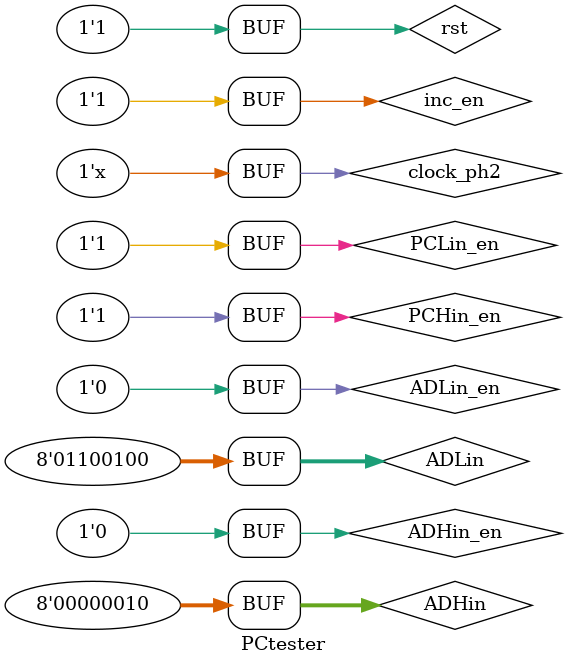
<source format=v>
`timescale 1ns / 1ps


module PCtester;

	// Inputs
	reg [7:0] ADLin;
	reg [7:0] ADHin;
	reg inc_en;
	reg PCLin_en;
	reg PCHin_en;
	reg ADLin_en;
	reg ADHin_en;
	reg clock_ph2;
	reg rst;

	// Outputs
	wire [7:0] PCLout;
	wire [7:0] PCHout;

	// Instantiate the Unit Under Test (UUT)
	ProgramCounter uut (
		.rst(rst),
		.ADLin(ADLin), 
		.ADHin(ADHin), 
		.inc_en(inc_en), 
		.PCLin_en(PCLin_en), 
		.PCHin_en(PCHin_en), 
		.ADLin_en(ADLin_en), 
		.ADHin_en(ADHin_en), 
		.clock_ph2(clock_ph2), 
		.PCLout(PCLout), 
		.PCHout(PCHout)
	);

	initial begin
		// Initialize Inputs
		ADLin = 0;
		ADHin = 0;
		inc_en = 0;
		PCLin_en = 0;
		PCHin_en = 0;
		ADLin_en = 0;
		ADHin_en = 0;
		clock_ph2 = 0;
		rst = 0;
	end
	
	initial begin
		// Wait 100 ns for global reset to finish
		#600;
        
		rst = 1;
		
		// Add stimulus here
		ADLin = 100;
		ADHin = 2;
		PCLin_en = 1;
		PCHin_en = 1;
		inc_en = 1;
		
		#10000;
		PCLin_en = 0;
		PCHin_en = 0;
		ADLin_en = 1;
		ADHin_en = 1;
		inc_en = 0;
		
		#1000;
		ADLin_en = 0;
		ADHin_en = 0;
		PCLin_en = 1;
		PCHin_en = 1;
		inc_en = 1;

	end
	
	always begin
		#500;
		clock_ph2 = !clock_ph2;
	end
      
endmodule


</source>
